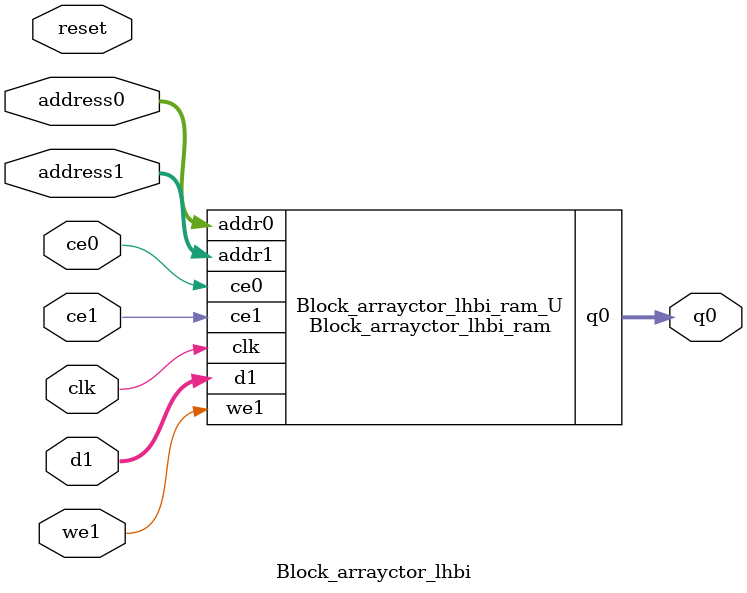
<source format=v>
`timescale 1 ns / 1 ps
module Block_arrayctor_lhbi_ram (addr0, ce0, q0, addr1, ce1, d1, we1,  clk);

parameter DWIDTH = 8;
parameter AWIDTH = 10;
parameter MEM_SIZE = 966;

input[AWIDTH-1:0] addr0;
input ce0;
output reg[DWIDTH-1:0] q0;
input[AWIDTH-1:0] addr1;
input ce1;
input[DWIDTH-1:0] d1;
input we1;
input clk;

(* ram_style = "block" *)reg [DWIDTH-1:0] ram[0:MEM_SIZE-1];




always @(posedge clk)  
begin 
    if (ce0) begin
        q0 <= ram[addr0];
    end
end


always @(posedge clk)  
begin 
    if (ce1) begin
        if (we1) 
            ram[addr1] <= d1; 
    end
end


endmodule

`timescale 1 ns / 1 ps
module Block_arrayctor_lhbi(
    reset,
    clk,
    address0,
    ce0,
    q0,
    address1,
    ce1,
    we1,
    d1);

parameter DataWidth = 32'd8;
parameter AddressRange = 32'd966;
parameter AddressWidth = 32'd10;
input reset;
input clk;
input[AddressWidth - 1:0] address0;
input ce0;
output[DataWidth - 1:0] q0;
input[AddressWidth - 1:0] address1;
input ce1;
input we1;
input[DataWidth - 1:0] d1;



Block_arrayctor_lhbi_ram Block_arrayctor_lhbi_ram_U(
    .clk( clk ),
    .addr0( address0 ),
    .ce0( ce0 ),
    .q0( q0 ),
    .addr1( address1 ),
    .ce1( ce1 ),
    .we1( we1 ),
    .d1( d1 ));

endmodule


</source>
